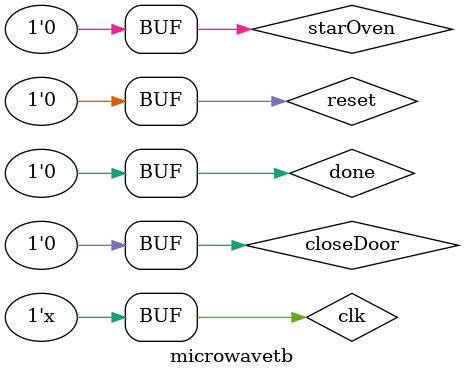
<source format=sv>

`timescale 1ns/1ns

module microwavetb;
	logic clk, sys_reset;
	logic reset, closeDoor, starOven, done;

	logic [3:0] states;
	logic [6:0] testedStates;

	initial begin
		$monitor("States= %b", states);
		testedStates = 7'b0000001;
		clk = 0;
		sys_reset = 0;
		reset = 0;
		closeDoor = 0;
		starOven = 0;
		done = 0;
	end

	always begin
#3		clk = ~clk;
	end

	always@(states) begin
		case(states)
			4'b0000:
				if (testedStates == 7'b 0000001) begin
					$display("Asserting sys_reset on state: %b", states);
					testedStates = (testedStates << 1);
					sys_reset = 1;
				end

			4'b1001:
				if (testedStates == 7'b 0000010) begin
					$display("Asserting sys_reset on state: %b", states);
					testedStates = (testedStates << 1);
					sys_reset = 1;
				end
			4'b1101:
				if (testedStates == 7'b 0000100) begin
					$display("Asserting sys_reset on state: %b", states);
					testedStates = (testedStates << 1);
					sys_reset = 1;
				end
			4'b0100:
				if (testedStates == 7'b 0001000) begin
					$display("Asserting sys_reset on state: %b", states);
					testedStates = (testedStates << 1);
					sys_reset = 1;
				end
			4'b1100:
				if (testedStates == 7'b 0010000) begin
					$display("Asserting sys_reset on state: %b", states);
					testedStates = (testedStates << 1);
					sys_reset = 1;
				end
			4'b1110:
				if (testedStates == 7'b 0100000) begin
					$display("Asserting sys_reset on state: %b", states);
					testedStates = (testedStates << 1);
					sys_reset = 1;
				end
			4'b0110:
				if (testedStates == 7'b 1000000) begin
					$display("Asserting sys_reset on state: %b", states);
					testedStates = (testedStates << 1);
					sys_reset = 1;
				end
		endcase
	end

	initial begin
		for(int i = 0; i <7; i = i +1) begin
			sys_reset = 0;
			//AX(0000)
			//Check each state can go back to init
	#15		starOven = 1;
	#15		closeDoor = 1;
	#15		reset = 1;
	#15		reset = 0;
			closeDoor = 0;
			starOven = 0;
	
#10			$display("Test case: %d\n", i);
		//EX(0100)
		
		//EG(No Heat)
		
		//EX(done -> (heat = off))
		
		//EX(error -> (started = true))
		
		end
	end

// Connect to the Device Under Test
	microwave dut(
		.clk(clk),
		.sys_reset(sys_reset),
		.reset(reset),
		.closeDoor(closeDoor),
		.starOven(starOven),
		.done(done), 
		.States(states)
	);


endmodule

</source>
